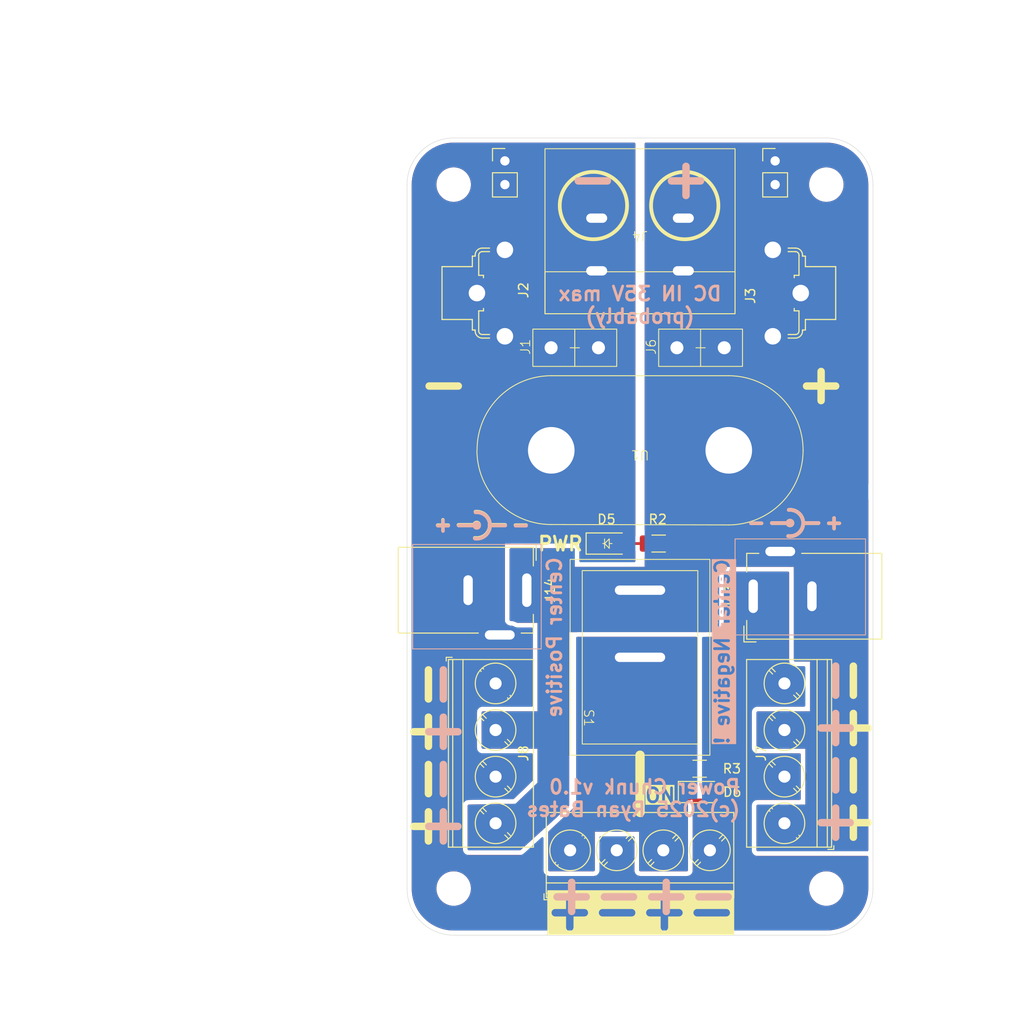
<source format=kicad_pcb>
(kicad_pcb (version 20240108) (generator "pcbnew") (generator_version "8.0")
  (layers (0 "F.Cu" power) (31 "B.Cu" power) (34 "B.Paste" user) (35 "F.Paste" user) (36 "B.SilkS" user "B.Silkscreen") (37 "F.SilkS" user "F.Silkscreen") (38 "B.Mask" user) (39 "F.Mask" user) (44 "Edge.Cuts" user))
  (net 0 "")
  (net 1 "VDC")
  (net 2 "GND")
  (net 3 "Net-(D5-A)")
  (net 4 "Net-(D6-A)")
  (net 5 "/VCC_A")
  (footprint "LED_SMD:LED_1206_3216Metric" (layer "F.Cu") (at -3.5 43.5)
    (property "Reference" "D5" (at -0.1 -2.6 0) (layer "F.SilkS"))
    (property "Value" "LED")
    (fp_line (start -2.285 -1.135) (end -2.285 1.135) (stroke (width 0.12)) (layer "F.SilkS"))
    (fp_line (start -2.285 1.135) (end 1.6 1.135) (stroke (width 0.12)) (layer "F.SilkS"))
    (fp_line (start 1.6 -1.135) (end -2.285 -1.135) (stroke (width 0.12)) (layer "F.SilkS"))
    (pad "1" smd roundrect (at -1.4 0) (size 1.25 1.75) (layers "F.Cu" "F.Paste" "F.Mask") (roundrect_rratio 0.2) (net 2 "GND"))
    (pad "2" smd roundrect (at 1.4 0) (size 1.25 1.75) (layers "F.Cu" "F.Paste" "F.Mask") (roundrect_rratio 0.2) (net 3 "Net-(D5-A)"))
  )
  (footprint "Ryan_Custom_Modules:BATTERY CONTACT 593 SNAP 9V PC PIN" (layer "F.Cu") (at 17.25 16.635 90)
    (property "Reference" "J3" (at -0.3 -5.4 90) (layer "F.SilkS"))
    (property "Value" "~")
    (fp_line (start 4.445 -1.3525) (end 4.445 -0.57) (stroke (width 0.127)) (layer "F.SilkS"))
    (fp_line (start -4.825 -1.3525) (end -4.825 -0.57) (stroke (width 0.127)) (layer "F.SilkS"))
    (fp_line (start 1.905 -0.7) (end 1.905 -0.19) (stroke (width 0.127)) (layer "F.SilkS"))
    (fp_line (start 1.6475 -0.7) (end 1.905 -0.7) (stroke (width 0.127)) (layer "F.SilkS"))
    (fp_line (start -1.905 -0.7) (end -1.6475 -0.7) (stroke (width 0.127)) (layer "F.SilkS"))
    (fp_line (start 4.825 -0.57) (end 4.825 -1.3525) (stroke (width 0.127)) (layer "F.SilkS"))
    (fp_line (start -4.445 -0.57) (end -4.445 -1.3525) (stroke (width 0.127)) (layer "F.SilkS"))
    (fp_line (start 4.065 -0.19) (end 1.905 -0.19) (stroke (width 0.127)) (layer "F.SilkS"))
    (fp_line (start -1.905 -0.19) (end -1.905 -0.7) (stroke (width 0.127)) (layer "F.SilkS"))
    (fp_line (start -1.905 -0.19) (end -4.065 -0.19) (stroke (width 0.127)) (layer "F.SilkS"))
    (fp_line (start 3.9624 0.19) (end 4.065 0.19) (stroke (width 0.127)) (layer "F.SilkS"))
    (fp_line (start 3.9624 0.19) (end 3.9624 0.4948) (stroke (width 0.127)) (layer "F.SilkS"))
    (fp_line (start -3.9624 0.19) (end -3.9624 0.4948) (stroke (width 0.127)) (layer "F.SilkS"))
    (fp_line (start -4.065 0.19) (end -3.9624 0.19) (stroke (width 0.127)) (layer "F.SilkS"))
    (fp_line (start 3.9624 0.4948) (end 2.8325 0.4948) (stroke (width 0.127)) (layer "F.SilkS"))
    (fp_line (start -2.8325 0.4948) (end -2.8325 3.75) (stroke (width 0.127)) (layer "F.SilkS"))
    (fp_line (start -3.9624 0.4948) (end -2.8325 0.4948) (stroke (width 0.127)) (layer "F.SilkS"))
    (fp_line (start 2.8325 3.75) (end 2.8325 0.4948) (stroke (width 0.127)) (layer "F.SilkS"))
    (fp_line (start -2.8325 3.75) (end 2.8325 3.75) (stroke (width 0.127)) (layer "F.SilkS"))
    (fp_arc (start 4.825 -0.57) (mid 4.602401 -0.032599) (end 4.065 0.19) (stroke (width 0.127)) (layer "F.SilkS"))
    (fp_arc (start 4.445 -0.57) (mid 4.333701 -0.301299) (end 4.065 -0.19) (stroke (width 0.127)) (layer "F.SilkS"))
    (fp_arc (start -4.065 -0.19) (mid -4.333701 -0.301299) (end -4.445 -0.57) (stroke (width 0.127)) (layer "F.SilkS"))
    (fp_arc (start -4.065 0.19) (mid -4.602401 -0.032599) (end -4.825 -0.57) (stroke (width 0.127)) (layer "F.SilkS"))
    (pad "1" thru_hole circle (at -4.635 -3 90) (size 2.655 2.655) (drill 1.77) (layers "*.Cu" "*.Mask") (net 1 "VDC"))
    (pad "2" thru_hole circle (at 0 0 90) (size 2.655 2.655) (drill 1.77) (layers "*.Cu" "*.Mask") (net 1 "VDC"))
    (pad "3" thru_hole circle (at 4.635 -3 90) (size 2.655 2.655) (drill 1.77) (layers "*.Cu" "*.Mask") (net 1 "VDC"))
  )
  (footprint "MountingHole:MountingHole_3.2mm_M3" (layer "F.Cu") (at 20 5)
    (property "Reference" "H1" (hide yes))
    (property "Value" "MountingHole" (hide yes))
    (pad "" np_thru_hole circle (at 0 0) (size 3.2 3.2) (drill 3.2) (layers "*.Cu" "*.Mask"))
  )
  (footprint "Ryan_Custom_Modules:Barrier_Strip_Thru_Mount_2x1_9.3mm_pitch" (layer "F.Cu") (at 0 10 180)
    (property "Reference" "J4" (at 0 -0.5 180) (layer "F.SilkS") (effects (font (thickness 0.1))))
    (property "Value" "~")
    (fp_rect (start -10.2 -8.85) (end 10.2 8.85) (stroke (width 0.1)) (fill none) (layer "F.SilkS"))
    (fp_rect (start -10.2 -8.85) (end 10.2 -4.35) (stroke (width 0.1)) (fill none) (layer "F.SilkS"))
    (fp_circle (center 5 2.75) (end 8.612478 2.75) (stroke (width 0.4)) (fill none) (layer "F.SilkS"))
    (fp_circle (center -4.8 2.75) (end -1.187522 2.75) (stroke (width 0.4)) (fill none) (layer "F.SilkS"))
    (pad "1" thru_hole oval (at -4.65 -4.25 180) (size 4.5 2.5) (drill oval 2.25 1) (layers "*.Cu" "*.Mask") (net 1 "VDC"))
    (pad "1" thru_hole oval (at -4.65 1.4 180) (size 4.5 2.5) (drill oval 2.25 1) (layers "*.Cu" "*.Mask") (net 1 "VDC"))
    (pad "2" thru_hole oval (at 4.65 -4.25 180) (size 4.5 2.5) (drill oval 2.25 1) (layers "*.Cu" "*.Mask") (net 2 "GND"))
    (pad "2" thru_hole oval (at 4.65 1.4 180) (size 4.5 2.5) (drill oval 2.25 1) (layers "*.Cu" "*.Mask") (net 2 "GND"))
  )
  (footprint "Resistor_SMD:R_1206_3216Metric" (layer "F.Cu") (at 2 43.5 180)
    (property "Reference" "R2" (at 0.1 2.6 0) (layer "F.SilkS"))
    (property "Value" "5k")
    (fp_line (start -0.727064 0.91) (end 0.727064 0.91) (stroke (width 0.12)) (layer "F.SilkS"))
    (fp_line (start -0.727064 -0.91) (end 0.727064 -0.91) (stroke (width 0.12)) (layer "F.SilkS"))
    (pad "1" smd roundrect (at -1.4625 0 180) (size 1.125 1.75) (layers "F.Cu" "F.Paste" "F.Mask") (roundrect_rratio 0.222222) (net 1 "VDC"))
    (pad "2" smd roundrect (at 1.4625 0 180) (size 1.125 1.75) (layers "F.Cu" "F.Paste" "F.Mask") (roundrect_rratio 0.222222) (net 3 "Net-(D5-A)"))
  )
  (footprint "Resistor_SMD:R_1206_3216Metric" (layer "F.Cu") (at 6.4 67.65)
    (property "Reference" "R3" (at 3.4625 0 0) (layer "F.SilkS"))
    (property "Value" "1K" (hide yes))
    (fp_line (start -0.727064 -0.91) (end 0.727064 -0.91) (stroke (width 0.12)) (layer "F.SilkS"))
    (fp_line (start -0.727064 0.91) (end 0.727064 0.91) (stroke (width 0.12)) (layer "F.SilkS"))
    (pad "1" smd roundrect (at -1.4625 0) (size 1.125 1.75) (layers "F.Cu" "F.Paste" "F.Mask") (roundrect_rratio 0.222222) (net 5 "/VCC_A"))
    (pad "2" smd roundrect (at 1.4625 0) (size 1.125 1.75) (layers "F.Cu" "F.Paste" "F.Mask") (roundrect_rratio 0.222222) (net 4 "Net-(D6-A)"))
  )
  (footprint "Ryan_Custom_Modules:BATTERY CONTACT 593 SNAP 9V PC PIN" (layer "F.Cu") (at -17.5 16.635 -90)
    (property "Reference" "J2" (at -0.3 -5 90) (layer "F.SilkS"))
    (property "Value" "~" (hide yes))
    (fp_line (start -2.8325 3.75) (end 2.8325 3.75) (stroke (width 0.127)) (layer "F.SilkS"))
    (fp_line (start 2.8325 3.75) (end 2.8325 0.4948) (stroke (width 0.127)) (layer "F.SilkS"))
    (fp_line (start -3.9624 0.4948) (end -2.8325 0.4948) (stroke (width 0.127)) (layer "F.SilkS"))
    (fp_line (start -2.8325 0.4948) (end -2.8325 3.75) (stroke (width 0.127)) (layer "F.SilkS"))
    (fp_line (start 3.9624 0.4948) (end 2.8325 0.4948) (stroke (width 0.127)) (layer "F.SilkS"))
    (fp_line (start -4.065 0.19) (end -3.9624 0.19) (stroke (width 0.127)) (layer "F.SilkS"))
    (fp_line (start -3.9624 0.19) (end -3.9624 0.4948) (stroke (width 0.127)) (layer "F.SilkS"))
    (fp_line (start 3.9624 0.19) (end 3.9624 0.4948) (stroke (width 0.127)) (layer "F.SilkS"))
    (fp_line (start 3.9624 0.19) (end 4.065 0.19) (stroke (width 0.127)) (layer "F.SilkS"))
    (fp_line (start -1.905 -0.19) (end -4.065 -0.19) (stroke (width 0.127)) (layer "F.SilkS"))
    (fp_line (start -1.905 -0.19) (end -1.905 -0.7) (stroke (width 0.127)) (layer "F.SilkS"))
    (fp_line (start 4.065 -0.19) (end 1.905 -0.19) (stroke (width 0.127)) (layer "F.SilkS"))
    (fp_line (start -4.445 -0.57) (end -4.445 -1.3525) (stroke (width 0.127)) (layer "F.SilkS"))
    (fp_line (start 4.825 -0.57) (end 4.825 -1.3525) (stroke (width 0.127)) (layer "F.SilkS"))
    (fp_line (start -1.905 -0.7) (end -1.6475 -0.7) (stroke (width 0.127)) (layer "F.SilkS"))
    (fp_line (start 1.6475 -0.7) (end 1.905 -0.7) (stroke (width 0.127)) (layer "F.SilkS"))
    (fp_line (start 1.905 -0.7) (end 1.905 -0.19) (stroke (width 0.127)) (layer "F.SilkS"))
    (fp_line (start -4.825 -1.3525) (end -4.825 -0.57) (stroke (width 0.127)) (layer "F.SilkS"))
    (fp_line (start 4.445 -1.3525) (end 4.445 -0.57) (stroke (width 0.127)) (layer "F.SilkS"))
    (fp_arc (start -4.065 0.19) (mid -4.602401 -0.032599) (end -4.825 -0.57) (stroke (width 0.127)) (layer "F.SilkS"))
    (fp_arc (start -4.065 -0.19) (mid -4.333701 -0.301299) (end -4.445 -0.57) (stroke (width 0.127)) (layer "F.SilkS"))
    (fp_arc (start 4.445 -0.57) (mid 4.333701 -0.301299) (end 4.065 -0.19) (stroke (width 0.127)) (layer "F.SilkS"))
    (fp_arc (start 4.825 -0.57) (mid 4.602401 -0.032599) (end 4.065 0.19) (stroke (width 0.127)) (layer "F.SilkS"))
    (pad "1" thru_hole circle (at -4.635 -3 270) (size 2.655 2.655) (drill 1.77) (layers "*.Cu" "*.Mask") (net 2 "GND"))
    (pad "2" thru_hole circle (at 0 0 270) (size 2.655 2.655) (drill 1.77) (layers "*.Cu" "*.Mask") (net 2 "GND"))
    (pad "3" thru_hole circle (at 4.635 -3 270) (size 2.655 2.655) (drill 1.77) (layers "*.Cu" "*.Mask") (net 2 "GND"))
  )
  (footprint "Connector_BarrelJack:BarrelJack_GCT_DCJ200-10-A_Horizontal" (layer "F.Cu") (at -12.15 48.5 -90)
    (property "Reference" "J14" (at 0 -2.5 90) (layer "F.SilkS"))
    (property "Value" "Barrel_Jack" (hide yes))
    (fp_line (start -4.6 13.8) (end -4.6 -0.7) (stroke (width 0.12)) (layer "F.SilkS"))
    (fp_line (start 4.6 13.8) (end -4.6 13.8) (stroke (width 0.12)) (layer "F.SilkS"))
    (fp_line (start 4.6 5.2) (end 4.6 13.8) (stroke (width 0.12)) (layer "F.SilkS"))
    (fp_line (start -4.6 -0.7) (end -2.6 -0.7) (stroke (width 0.12)) (layer "F.SilkS"))
    (fp_line (start 2.6 -0.7) (end 4.6 -0.7) (stroke (width 0.12)) (layer "F.SilkS"))
    (fp_line (start 4.6 -0.7) (end 4.6 0.6) (stroke (width 0.12)) (layer "F.SilkS"))
    (fp_line (start -4.9 -1) (end -4.9 0.3) (stroke (width 0.12)) (layer "F.SilkS"))
    (fp_line (start -3.2 -1) (end -4.9 -1) (stroke (width 0.12)) (layer "F.SilkS"))
    (pad "1" thru_hole rect (at 0 0 270) (size 4.6 2) (drill oval 3.6 1) (layers "*.Cu" "*.Mask") (net 1 "VDC"))
    (pad "2" thru_hole oval (at 0 6.3 270) (size 4.2 2) (drill oval 3.2 1) (layers "*.Cu" "*.Mask") (net 2 "GND"))
    (pad "2" thru_hole oval (at 4.8 2.9 270) (size 2 4.2) (drill oval 1 3.2) (layers "*.Cu" "*.Mask") (net 2 "GND"))
  )
  (footprint "Connector_BarrelJack:BarrelJack_GCT_DCJ200-10-A_Horizontal" (layer "F.Cu") (at 12.15 49.15 90)
    (property "Reference" "J13" (at 0 -2.5 90) (layer "F.SilkS"))
    (property "Value" "Barrel_Jack" (hide yes))
    (fp_line (start -3.2 -1) (end -4.9 -1) (stroke (width 0.12)) (layer "F.SilkS"))
    (fp_line (start -4.9 -1) (end -4.9 0.3) (stroke (width 0.12)) (layer "F.SilkS"))
    (fp_line (start 4.6 -0.7) (end 4.6 0.6) (stroke (width 0.12)) (layer "F.SilkS"))
    (fp_line (start 2.6 -0.7) (end 4.6 -0.7) (stroke (width 0.12)) (layer "F.SilkS"))
    (fp_line (start -4.6 -0.7) (end -2.6 -0.7) (stroke (width 0.12)) (layer "F.SilkS"))
    (fp_line (start 4.6 5.2) (end 4.6 13.8) (stroke (width 0.12)) (layer "F.SilkS"))
    (fp_line (start 4.6 13.8) (end -4.6 13.8) (stroke (width 0.12)) (layer "F.SilkS"))
    (fp_line (start -4.6 13.8) (end -4.6 -0.7) (stroke (width 0.12)) (layer "F.SilkS"))
    (pad "1" thru_hole rect (at 0 0 90) (size 4.6 2) (drill oval 3.6 1) (layers "*.Cu" "*.Mask") (net 2 "GND"))
    (pad "2" thru_hole oval (at 0 6.3 90) (size 4.2 2) (drill oval 3.2 1) (layers "*.Cu" "*.Mask") (net 1 "VDC"))
    (pad "2" thru_hole oval (at 4.8 2.9 90) (size 2 4.2) (drill oval 1 3.2) (layers "*.Cu" "*.Mask") (net 1 "VDC"))
  )
  (footprint "TerminalBlock_Phoenix:TerminalBlock_Phoenix_PT-1,5-4-5.0-H_1x04_P5.00mm_Horizontal" (layer "F.Cu") (at -15.5 58.5 -90)
    (property "Reference" "J8" (at 7.5 -3 90) (layer "F.SilkS"))
    (property "Value" "Screw_Terminal_4_P5.00mm" (hide yes))
    (fp_line (start -2.8 5.3) (end -2.4 5.3) (stroke (width 0.12)) (layer "F.SilkS"))
    (fp_line (start -2.56 5.06) (end 17.561 5.06) (stroke (width 0.12)) (layer "F.SilkS"))
    (fp_line (start -2.8 4.66) (end -2.8 5.3) (stroke (width 0.12)) (layer "F.SilkS"))
    (fp_line (start -2.56 4.6) (end 17.561 4.6) (stroke (width 0.12)) (layer "F.SilkS"))
    (fp_line (start -2.56 3.5) (end 17.561 3.5) (stroke (width 0.12)) (layer "F.SilkS"))
    (fp_line (start -1.282 1.547) (end -1.388 1.654) (stroke (width 0.12)) (layer "F.SilkS"))
    (fp_line (start -1.548 1.281) (end -1.654 1.388) (stroke (width 0.12)) (layer "F.SilkS"))
    (fp_line (start 3.993 1.274) (end 3.613 1.654) (stroke (width 0.12)) (layer "F.SilkS"))
    (fp_line (start 8.993 1.274) (end 8.613 1.654) (stroke (width 0.12)) (layer "F.SilkS"))
    (fp_line (start 13.993 1.274) (end 13.613 1.654) (stroke (width 0.12)) (layer "F.SilkS"))
    (fp_line (start 3.742 0.992) (end 3.347 1.388) (stroke (width 0.12)) (layer "F.SilkS"))
    (fp_line (start 8.742 0.992) (end 8.347 1.388) (stroke (width 0.12)) (layer "F.SilkS"))
    (fp_line (start 13.742 0.992) (end 13.347 1.388) (stroke (width 0.12)) (layer "F.SilkS"))
    (fp_line (start 1.654 -1.388) (end 1.547 -1.281) (stroke (width 0.12)) (layer "F.SilkS"))
    (fp_line (start 6.654 -1.388) (end 6.259 -0.992) (stroke (width 0.12)) (layer "F.SilkS"))
    (fp_line (start 11.654 -1.388) (end 11.259 -0.992) (stroke (width 0.12)) (layer "F.SilkS"))
    (fp_line (start 16.654 -1.388) (end 16.259 -0.992) (stroke (width 0.12)) (layer "F.SilkS"))
    (fp_line (start 1.388 -1.654) (end 1.281 -1.547) (stroke (width 0.12)) (layer "F.SilkS"))
    (fp_line (start 6.388 -1.654) (end 6.008 -1.274) (stroke (width 0.12)) (layer "F.SilkS"))
    (fp_line (start 11.388 -1.654) (end 11.008 -1.274) (stroke (width 0.12)) (layer "F.SilkS"))
    (fp_line (start 16.388 -1.654) (end 16.008 -1.274) (stroke (width 0.12)) (layer "F.SilkS"))
    (fp_line (start -2.56 -4.06) (end -2.56 5.06) (stroke (width 0.12)) (layer "F.SilkS"))
    (fp_line (start -2.56 -4.06) (end 17.561 -4.06) (stroke (width 0.12)) (layer "F.SilkS"))
    (fp_line (start 17.561 -4.06) (end 17.561 5.06) (stroke (width 0.12)) (layer "F.SilkS"))
    (fp_circle (center 0 0) (end 2.18 0) (stroke (width 0.12)) (fill none) (layer "F.SilkS"))
    (fp_circle (center 5 0) (end 7.18 0) (stroke (width 0.12)) (fill none) (layer "F.SilkS"))
    (fp_circle (center 10 0) (end 12.18 0) (stroke (width 0.12)) (fill none) (layer "F.SilkS"))
    (fp_circle (center 15 0) (end 17.18 0) (stroke (width 0.12)) (fill none) (layer "F.SilkS"))
    (pad "1" thru_hole rect (at 0 0 270) (size 2.6 2.6) (drill 1.3) (layers "*.Cu" "*.Mask") (net 2 "GND"))
    (pad "2" thru_hole circle (at 5 0 270) (size 2.6 2.6) (drill 1.3) (layers "*.Cu" "*.Mask") (net 1 "VDC"))
    (pad "3" thru_hole circle (at 10 0 270) (size 2.6 2.6) (drill 1.3) (layers "*.Cu" "*.Mask") (net 2 "GND"))
    (pad "4" thru_hole circle (at 15 0 270) (size 2.6 2.6) (drill 1.3) (layers "*.Cu" "*.Mask") (net 1 "VDC"))
  )
  (footprint "MountingHole:MountingHole_3.2mm_M3" (layer "F.Cu") (at -20 80.5)
    (property "Reference" "H4" (hide yes))
    (property "Value" "MountingHole" (hide yes))
    (pad "" np_thru_hole circle (at 0 0) (size 3.2 3.2) (drill 3.2) (layers "*.Cu" "*.Mask"))
  )
  (footprint "Ryan_Custom_Modules:CONN QC TAB 0.250 SOLDER" (layer "F.Cu") (at -7 22.5 90)
    (property "Reference" "J1" (at 0.1 -5.3 90) (layer "F.SilkS") (effects (font (thickness 0.1))))
    (property "Value" "~")
    (fp_line (start 0 -0.5) (end 0 0.5) (stroke (width 0.1)) (layer "F.SilkS"))
    (fp_line (start -2 0) (end 2 0) (stroke (width 0.1)) (layer "F.SilkS"))
    (fp_rect (start -2 -4.5) (end 2 4.5) (stroke (width 0.1)) (fill none) (layer "F.SilkS"))
    (pad "1" thru_hole roundrect (at 0 -2.54 90) (size 3.5 3.5) (drill 1.4) (layers "*.Cu" "*.Mask") (roundrect_rratio 0.07142857143) (net 2 "GND"))
    (pad "2" thru_hole circle (at 0 2.54 90) (size 3.5 3.5) (drill 1.4) (layers "*.Cu" "*.Mask") (net 2 "GND"))
  )
  (footprint "Ryan_Custom_Modules:Banana_Jack_Dbl_Turret" (layer "F.Cu") (at 0 33.5 180)
    (property "Reference" "U1" (at 0 -0.5 180) (layer "F.SilkS") (effects (font (thickness 0.1))))
    (property "Value" "~")
    (fp_line (start 9.543146 8) (end -9.5 8) (stroke (width 0.1)) (layer "F.SilkS"))
    (fp_line (start 9.543146 -7.956854) (end -9.5 -8) (stroke (width 0.1)) (layer "F.SilkS"))
    (fp_arc (start 17.486292 0.056854) (mid 15.159798 5.673506) (end 9.543146 8) (stroke (width 0.1)) (layer "F.SilkS"))
    (fp_arc (start 9.543146 -7.956854) (mid 15.169491 -5.626345) (end 17.5 0) (stroke (width 0.1)) (layer "F.SilkS"))
    (fp_arc (start -9.5 8) (mid -15.156854 5.656854) (end -17.5 0) (stroke (width 0.1)) (layer "F.SilkS"))
    (fp_arc (start -17.5 0) (mid -15.156854 -5.656854) (end -9.5 -8) (stroke (width 0.1)) (layer "F.SilkS"))
    (pad "1" thru_hole circle (at -9.525 0 180) (size 10 10) (drill 5) (layers "*.Cu" "*.Mask") (net 1 "VDC"))
    (pad "2" thru_hole circle (at 9.525 0 180) (size 10 10) (drill 5) (layers "*.Cu" "*.Mask") (net 2 "GND"))
  )
  (footprint "TerminalBlock_Phoenix:TerminalBlock_Phoenix_PT-1,5-4-5.0-H_1x04_P5.00mm_Horizontal" (layer "F.Cu") (at -7.5 76.4)
    (property "Reference" "J5" (hide yes))
    (property "Value" "Screw_Terminal_4_P5.00mm" (hide yes))
    (fp_line (start -2.8 4.66) (end -2.8 5.3) (stroke (width 0.12)) (layer "F.SilkS"))
    (fp_line (start -2.8 5.3) (end -2.4 5.3) (stroke (width 0.12)) (layer "F.SilkS"))
    (fp_line (start -2.56 -4.06) (end -2.56 5.06) (stroke (width 0.12)) (layer "F.SilkS"))
    (fp_line (start -2.56 -4.06) (end 17.561 -4.06) (stroke (width 0.12)) (layer "F.SilkS"))
    (fp_line (start -2.56 3.5) (end 17.561 3.5) (stroke (width 0.12)) (layer "F.SilkS"))
    (fp_line (start -2.56 4.6) (end 17.561 4.6) (stroke (width 0.12)) (layer "F.SilkS"))
    (fp_line (start -2.56 5.06) (end 17.561 5.06) (stroke (width 0.12)) (layer "F.SilkS"))
    (fp_line (start -1.548 1.281) (end -1.654 1.388) (stroke (width 0.12)) (layer "F.SilkS"))
    (fp_line (start -1.282 1.547) (end -1.388 1.654) (stroke (width 0.12)) (layer "F.SilkS"))
    (fp_line (start 1.388 -1.654) (end 1.281 -1.547) (stroke (width 0.12)) (layer "F.SilkS"))
    (fp_line (start 1.654 -1.388) (end 1.547 -1.281) (stroke (width 0.12)) (layer "F.SilkS"))
    (fp_line (start 3.742 0.992) (end 3.347 1.388) (stroke (width 0.12)) (layer "F.SilkS"))
    (fp_line (start 3.993 1.274) (end 3.613 1.654) (stroke (width 0.12)) (layer "F.SilkS"))
    (fp_line (start 6.388 -1.654) (end 6.008 -1.274) (stroke (width 0.12)) (layer "F.SilkS"))
    (fp_line (start 6.654 -1.388) (end 6.259 -0.992) (stroke (width 0.12)) (layer "F.SilkS"))
    (fp_line (start 8.742 0.992) (end 8.347 1.388) (stroke (width 0.12)) (layer "F.SilkS"))
    (fp_line (start 8.993 1.274) (end 8.613 1.654) (stroke (width 0.12)) (layer "F.SilkS"))
    (fp_line (start 11.388 -1.654) (end 11.008 -1.274) (stroke (width 0.12)) (layer "F.SilkS"))
    (fp_line (start 11.654 -1.388) (end 11.259 -0.992) (stroke (width 0.12)) (layer "F.SilkS"))
    (fp_line (start 13.742 0.992) (end 13.347 1.388) (stroke (width 0.12)) (layer "F.SilkS"))
    (fp_line (start 13.993 1.274) (end 13.613 1.654) (stroke (width 0.12)) (layer "F.SilkS"))
    (fp_line (start 16.388 -1.654) (end 16.008 -1.274) (stroke (width 0.12)) (layer "F.SilkS"))
    (fp_line (start 16.654 -1.388) (end 16.259 -0.992) (stroke (width 0.12)) (layer "F.SilkS"))
    (fp_line (start 17.561 -4.06) (end 17.561 5.06) (stroke (width 0.12)) (layer "F.SilkS"))
    (fp_circle (center 0 0) (end 2.18 0) (stroke (width 0.12)) (fill none) (layer "F.SilkS"))
    (fp_circle (center 5 0) (end 7.18 0) (stroke (width 0.12)) (fill none) (layer "F.SilkS"))
    (fp_circle (center 10 0) (end 12.18 0) (stroke (width 0.12)) (fill none) (layer "F.SilkS"))
    (fp_circle (center 15 0) (end 17.18 0) (stroke (width 0.12)) (fill none) (layer "F.SilkS"))
    (pad "1" thru_hole rect (at 0 0) (size 2.6 2.6) (drill 1.3) (layers "*.Cu" "*.Mask") (net 5 "/VCC_A"))
    (pad "2" thru_hole circle (at 5 0) (size 2.6 2.6) (drill 1.3) (layers "*.Cu" "*.Mask") (net 2 "GND"))
    (pad "3" thru_hole circle (at 10 0) (size 2.6 2.6) (drill 1.3) (layers "*.Cu" "*.Mask") (net 5 "/VCC_A"))
    (pad "4" thru_hole circle (at 15 0) (size 2.6 2.6) (drill 1.3) (layers "*.Cu" "*.Mask") (net 2 "GND"))
  )
  (footprint "Symbol:Symbol_Attention_Triangle_8x7mm_Copper" (layer "F.Cu") (at 20.5 35)
    (property "Reference" "REF**" (hide yes))
    (property "Value" "Symbol_Attention_Triangle_8x7mm_Copper" (hide yes))
    (fp_line (start -3.51 3.08) (end 0 -3) (stroke (width 0.381)) (layer "F.Cu"))
    (fp_line (start -3 3.1) (end -3.3 2.66) (stroke (width 0.2)) (layer "F.Cu"))
    (fp_line (start -0.3 -2.5) (end 0.3 -2.5) (stroke (width 0.2)) (layer "F.Cu"))
    (fp_line (start 0 -3) (end 3.51 3.08) (stroke (width 0.381)) (layer "F.Cu"))
    (fp_line (start 3 3.1) (end 3.3 2.7) (stroke (width 0.2)) (layer "F.Cu"))
    (fp_line (start 3.51 3.08) (end -3.51 3.08) (stroke (width 0.381)) (layer "F.Cu"))
    (fp_circle (center 0 -1) (end 0.45 -1) (fill solid) (layer "F.Cu"))
    (fp_circle (center 0 1.14) (end 0.25 1.14) (fill solid) (layer "F.Cu"))
    (fp_circle (center 0 2.14) (end 0.4 2.14) (fill solid) (layer "F.Cu"))
    (fp_poly (pts (xy -0.25 1.14) (xy 0.25 1.14) (xy 0.45 -0.96) (xy -0.45 -0.96)) (fill solid) (layer "F.Cu"))
  )
  (footprint "Connector_PinHeader_2.54mm:PinHeader_1x02_P2.54mm_Vertical" (layer "F.Cu") (at 14.5 2.46)
    (property "Reference" "J12" (hide yes))
    (property "Value" "PINHD_1x2_Male" (hide yes))
    (fp_line (start -1.33 -1.33) (end 0 -1.33) (stroke (width 0.12)) (layer "F.SilkS"))
    (fp_line (start -1.33 0) (end -1.33 -1.33) (stroke (width 0.12)) (layer "F.SilkS"))
    (fp_line (start -1.33 1.27) (end -1.33 3.87) (stroke (width 0.12)) (layer "F.SilkS"))
    (fp_line (start -1.33 1.27) (end 1.33 1.27) (stroke (width 0.12)) (layer "F.SilkS"))
    (fp_line (start -1.33 3.87) (end 1.33 3.87) (stroke (width 0.12)) (layer "F.SilkS"))
    (fp_line (start 1.33 1.27) (end 1.33 3.87) (stroke (width 0.12)) (layer "F.SilkS"))
    (pad "1" thru_hole rect (at 0 0) (size 1.7 1.7) (drill 1) (layers "*.Cu" "*.Mask") (net 1 "VDC"))
    (pad "2" thru_hole oval (at 0 2.54) (size 1.7 1.7) (drill 1) (layers "*.Cu" "*.Mask") (net 1 "VDC"))
  )
  (footprint "LED_SMD:LED_1206_3216Metric" (layer "F.Cu") (at 6.4 70.15)
    (property "Reference" "D6" (at 3.5 0 0) (layer "F.SilkS"))
    (property "Value" "LED" (hide yes))
    (fp_line (start -2.285 -1.135) (end -2.285 1.135) (stroke (width 0.12)) (layer "F.SilkS"))
    (fp_line (start -2.285 1.135) (end 1.6 1.135) (stroke (width 0.12)) (layer "F.SilkS"))
    (fp_line (start 1.6 -1.135) (end -2.285 -1.135) (stroke (width 0.12)) (layer "F.SilkS"))
    (pad "1" smd roundrect (at -1.4 0) (size 1.25 1.75) (layers "F.Cu" "F.Paste" "F.Mask") (roundrect_rratio 0.2) (net 2 "GND"))
    (pad "2" smd roundrect (at 1.4 0) (size 1.25 1.75) (layers "F.Cu" "F.Paste" "F.Mask") (roundrect_rratio 0.2) (net 4 "Net-(D6-A)"))
  )
  (footprint "Connector_PinHeader_2.54mm:PinHeader_1x02_P2.54mm_Vertical" (layer "F.Cu") (at -14.5 2.46)
    (property "Reference" "J11" (hide yes))
    (property "Value" "PINHD_1x2_Male" (hide yes))
    (fp_line (start -1.33 -1.33) (end 0 -1.33) (stroke (width 0.12)) (layer "F.SilkS"))
    (fp_line (start -1.33 0) (end -1.33 -1.33) (stroke (width 0.12)) (layer "F.SilkS"))
    (fp_line (start -1.33 1.27) (end -1.33 3.87) (stroke (width 0.12)) (layer "F.SilkS"))
    (fp_line (start -1.33 1.27) (end 1.33 1.27) (stroke (width 0.12)) (layer "F.SilkS"))
    (fp_line (start -1.33 3.87) (end 1.33 3.87) (stroke (width 0.12)) (layer "F.SilkS"))
    (fp_line (start 1.33 1.27) (end 1.33 3.87) (stroke (width 0.12)) (layer "F.SilkS"))
    (pad "1" thru_hole rect (at 0 0) (size 1.7 1.7) (drill 1) (layers "*.Cu" "*.Mask") (net 2 "GND"))
    (pad "2" thru_hole oval (at 0 2.54) (size 1.7 1.7) (drill 1) (layers "*.Cu" "*.Mask") (net 2 "GND"))
  )
  (footprint "MountingHole:MountingHole_3.2mm_M3" (layer "F.Cu") (at -20 5)
    (property "Reference" "H2" (hide yes))
    (property "Value" "MountingHole" (hide yes))
    (pad "" np_thru_hole circle (at 0 0) (size 3.2 3.2) (drill 3.2) (layers "*.Cu" "*.Mask"))
  )
  (footprint "Ryan_Custom_Modules:CONN QC TAB 0.250 SOLDER" (layer "F.Cu") (at 6.5 22.5 90)
    (property "Reference" "J6" (at 0.1 -5.3 90) (layer "F.SilkS") (effects (font (thickness 0.1))))
    (property "Value" "~")
    (fp_line (start 0 -0.5) (end 0 0.5) (stroke (width 0.1)) (layer "F.SilkS"))
    (fp_line (start -2 0) (end 2 0) (stroke (width 0.1)) (layer "F.SilkS"))
    (fp_rect (start -2 -4.5) (end 2 4.5) (stroke (width 0.1)) (fill none) (layer "F.SilkS"))
    (pad "1" thru_hole roundrect (at 0 -2.54 90) (size 3.5 3.5) (drill 1.4) (layers "*.Cu" "*.Mask") (roundrect_rratio 0.07142857143) (net 1 "VDC"))
    (pad "2" thru_hole circle (at 0 2.54 90) (size 3.5 3.5) (drill 1.4) (layers "*.Cu" "*.Mask") (net 1 "VDC"))
  )
  (footprint "MountingHole:MountingHole_3.2mm_M3" (layer "F.Cu") (at 20 80.5)
    (property "Reference" "H3" (hide yes))
    (property "Value" "MountingHole" (hide yes))
    (pad "" np_thru_hole circle (at 0 0) (size 3.2 3.2) (drill 3.2) (layers "*.Cu" "*.Mask"))
  )
  (footprint "TerminalBlock_Phoenix:TerminalBlock_Phoenix_PT-1,5-4-5.0-H_1x04_P5.00mm_Horizontal" (layer "F.Cu") (at 15.5 73.5 90)
    (property "Reference" "J7" (at 7.5 -2.5 90) (layer "F.SilkS"))
    (property "Value" "Screw_Terminal_4_P5.00mm" (hide yes))
    (fp_line (start 17.561 -4.06) (end 17.561 5.06) (stroke (width 0.12)) (layer "F.SilkS"))
    (fp_line (start -2.56 -4.06) (end 17.561 -4.06) (stroke (width 0.12)) (layer "F.SilkS"))
    (fp_line (start -2.56 -4.06) (end -2.56 5.06) (stroke (width 0.12)) (layer "F.SilkS"))
    (fp_line (start 16.388 -1.654) (end 16.008 -1.274) (stroke (width 0.12)) (layer "F.SilkS"))
    (fp_line (start 11.388 -1.654) (end 11.008 -1.274) (stroke (width 0.12)) (layer "F.SilkS"))
    (fp_line (start 6.388 -1.654) (end 6.008 -1.274) (stroke (width 0.12)) (layer "F.SilkS"))
    (fp_line (start 1.388 -1.654) (end 1.281 -1.547) (stroke (width 0.12)) (layer "F.SilkS"))
    (fp_line (start 16.654 -1.388) (end 16.259 -0.992) (stroke (width 0.12)) (layer "F.SilkS"))
    (fp_line (start 11.654 -1.388) (end 11.259 -0.992) (stroke (width 0.12)) (layer "F.SilkS"))
    (fp_line (start 6.654 -1.388) (end 6.259 -0.992) (stroke (width 0.12)) (layer "F.SilkS"))
    (fp_line (start 1.654 -1.388) (end 1.547 -1.281) (stroke (width 0.12)) (layer "F.SilkS"))
    (fp_line (start 13.742 0.992) (end 13.347 1.388) (stroke (width 0.12)) (layer "F.SilkS"))
    (fp_line (start 8.742 0.992) (end 8.347 1.388) (stroke (width 0.12)) (layer "F.SilkS"))
    (fp_line (start 3.742 0.992) (end 3.347 1.388) (stroke (width 0.12)) (layer "F.SilkS"))
    (fp_line (start 13.993 1.274) (end 13.613 1.654) (stroke (width 0.12)) (layer "F.SilkS"))
    (fp_line (start 8.993 1.274) (end 8.613 1.654) (stroke (width 0.12)) (layer "F.SilkS"))
    (fp_line (start 3.993 1.274) (end 3.613 1.654) (stroke (width 0.12)) (layer "F.SilkS"))
    (fp_line (start -1.548 1.281) (end -1.654 1.388) (stroke (width 0.12)) (layer "F.SilkS"))
    (fp_line (start -1.282 1.547) (end -1.388 1.654) (stroke (width 0.12)) (layer "F.SilkS"))
    (fp_line (start -2.56 3.5) (end 17.561 3.5) (stroke (width 0.12)) (layer "F.SilkS"))
    (fp_line (start -2.56 4.6) (end 17.561 4.6) (stroke (width 0.12)) (layer "F.SilkS"))
    (fp_line (start -2.8 4.66) (end -2.8 5.3) (stroke (width 0.12)) (layer "F.SilkS"))
    (fp_line (start -2.56 5.06) (end 17.561 5.06) (stroke (width 0.12)) (layer "F.SilkS"))
    (fp_line (start -2.8 5.3) (end -2.4 5.3) (stroke (width 0.12)) (layer "F.SilkS"))
    (fp_circle (center 15 0) (end 17.18 0) (stroke (width 0.12)) (fill none) (layer "F.SilkS"))
    (fp_circle (center 10 0) (end 12.18 0) (stroke (width 0.12)) (fill none) (layer "F.SilkS"))
    (fp_circle (center 5 0) (end 7.18 0) (stroke (width 0.12)) (fill none) (layer "F.SilkS"))
    (fp_circle (center 0 0) (end 2.18 0) (stroke (width 0.12)) (fill none) (layer "F.SilkS"))
    (pad "1" thru_hole rect (at 0 0 90) (size 2.6 2.6) (drill 1.3) (layers "*.Cu" "*.Mask") (net 1 "VDC"))
    (pad "2" thru_hole circle (at 5 0 90) (size 2.6 2.6) (drill 1.3) (layers "*.Cu" "*.Mask") (net 2 "GND"))
    (pad "3" thru_hole circle (at 10 0 90) (size 2.6 2.6) (drill 1.3) (layers "*.Cu" "*.Mask") (net 1 "VDC"))
    (pad "4" thru_hole circle (at 15 0 90) (size 2.6 2.6) (drill 1.3) (layers "*.Cu" "*.Mask") (net 2 "GND"))
  )
  (footprint "Ryan_Custom_Modules:SPDT_ Rocker_Switch" (layer "F.Cu") (at 0 55.7 -90)
    (property "Reference" "S1" (at 6.5 5.5 -90) (layer "F.SilkS") (effects (font (thickness 0.1))))
    (property "Value" "~")
    (fp_rect (start -9.3 -6.2) (end 9.3 6.2) (stroke (width 0.1)) (fill none) (layer "F.SilkS"))
    (fp_rect (start -10.5 -7.5) (end 10.5 7.5) (stroke (width 0.1)) (fill none) (layer "F.SilkS"))
    (pad "1" thru_hole roundrect (at -7.2 0) (size 8 2.5) (drill oval 5.4 1) (layers "*.Cu" "*.Mask") (roundrect_rratio 0.125) (net 1 "VDC"))
    (pad "2" thru_hole roundrect (at 0 0) (size 8 2.5) (drill oval 5.4 1) (layers "*.Cu" "*.Mask") (roundrect_rratio 0.125) (net 5 "/VCC_A"))
  )
  (gr_line (start -17.513748 41.563772) (end -19.463748 41.563772) (stroke (width 0.4)) (layer "B.SilkS"))
  (gr_rect (start -24.4 43.6) (end -10.6 54.8) (stroke (width 0.1)) (fill none) (layer "B.SilkS"))
  (gr_arc (start 15.971964 39.891596) (mid 17.513743 41.336223) (end 15.9 42.7) (stroke (width 0.4)) (layer "B.SilkS"))
  (gr_circle (center -17.513748 41.563772) (end -17.313748 41.713772) (stroke (width 0.4)) (fill none) (layer "B.SilkS"))
  (gr_line (start 16.1 41.3) (end 14.15 41.3) (stroke (width 0.4)) (layer "B.SilkS"))
  (gr_rect (start 10.2 43) (end 24.2 53.3) (stroke (width 0.1)) (fill none) (layer "B.SilkS"))
  (gr_circle (center 16.1 41.3) (end 16.3 41.45) (stroke (width 0.4)) (fill none) (layer "B.SilkS"))
  (gr_arc (start -17.641784 40.155368) (mid -16.1 41.6) (end -17.713748 42.963772) (stroke (width 0.4)) (layer "B.SilkS"))
  (gr_line (start 17.5 41.3) (end 19.15 41.3) (stroke (width 0.4)) (layer "B.SilkS"))
  (gr_line (start -16.113748 41.563772) (end -14.463748 41.563772) (stroke (width 0.4)) (layer "B.SilkS"))
  (gr_line (start 0 66.2) (end 0.0005 72.34) (stroke (width 1)) (layer "F.SilkS"))
  (gr_line (start 17.5 41.3) (end 19.15 41.3) (stroke (width 0.4)) (layer "F.SilkS"))
  (gr_line (start -17.525 41.5) (end -19.475 41.5) (stroke (width 0.4)) (layer "F.SilkS"))
  (gr_line (start -16.125 41.5) (end -14.475 41.5) (stroke (width 0.4)) (layer "F.SilkS"))
  (gr_circle (center -17.525 41.5) (end -17.275 41.5) (stroke (width 0.4)) (fill none) (layer "F.SilkS"))
  (gr_line (start -3.8 43) (end -3.8 44) (stroke (width 0.1)) (layer "F.SilkS"))
  (gr_arc (start 15.971964 39.891596) (mid 17.513748 41.336227) (end 15.9 42.7) (stroke (width 0.4)) (layer "F.SilkS"))
  (gr_line (start -3.8 43.5) (end -3.3 43) (stroke (width 0.1)) (layer "F.SilkS"))
  (gr_arc (start -17.653036 40.091596) (mid -16.111252 41.536228) (end -17.725 42.9) (stroke (width 0.4)) (layer "F.SilkS"))
  (gr_line (start -3.3 44) (end -3.8 43.5) (stroke (width 0.1)) (layer "F.SilkS"))
  (gr_line (start -3.8 43.5) (end -4 43.5) (stroke (width 0.1)) (layer "F.SilkS"))
  (gr_line (start 16.1 41.3) (end 14.15 41.3) (stroke (width 0.4)) (layer "F.SilkS"))
  (gr_line (start -3.3 43.5) (end -3 43.5) (stroke (width 0.1)) (layer "F.SilkS"))
  (gr_circle (center 16.1 41.3) (end 16.35 41.3) (stroke (width 0.4)) (fill none) (layer "F.SilkS"))
  (gr_line (start -3.3 43) (end -3.3 44) (stroke (width 0.1)) (layer "F.SilkS"))
  (gr_arc (start -20 85.5) (mid -23.535534 84.035534) (end -25 80.5) (stroke (width 0.05)) (layer "Edge.Cuts"))
  (gr_line (start 25 80.5) (end 25 5) (stroke (width 0.05)) (layer "Edge.Cuts"))
  (gr_line (start -25 5) (end -25 80.5) (stroke (width 0.05)) (layer "Edge.Cuts"))
  (gr_arc (start -25 5) (mid -23.535534 1.464466) (end -20 0) (stroke (width 0.05)) (layer "Edge.Cuts"))
  (gr_arc (start 25 80.5) (mid 23.535534 84.035534) (end 20 85.5) (stroke (width 0.05)) (layer "Edge.Cuts"))
  (gr_arc (start 20 0) (mid 23.535534 1.464466) (end 25 5) (stroke (width 0.05)) (layer "Edge.Cuts"))
  (gr_line (start 20 0) (end -20 0) (stroke (width 0.05)) (layer "Edge.Cuts"))
  (gr_line (start -20 85.5) (end 20 85.5) (stroke (width 0.05)) (layer "Edge.Cuts"))
  (gr_text "+-+-" (at -19 76.9 90) (layer "B.SilkS") (effects (font (size 4.1 4.1) (thickness 0.8) (bold yes)) (justify left bottom)))
  (gr_text "DC IN 35V max\n(probably)" (at 0 20 0) (layer "B.SilkS") (effects (font (size 1.5 1.5) (thickness 0.3) (bold yes)) (justify bottom mirror)))
  (gr_text "Center Positive" (at -8.3 44.8 90) (layer "B.SilkS") (effects (font (size 1.5 1.5) (thickness 0.3) (bold yes)) (justify left bottom mirror)))
  (gr_text "-" (at -11.613748 40.813772 180) (layer "B.SilkS") (effects (font (size 1.5 1.5) (thickness 0.375) (bold yes)) (justify left bottom)))
  (gr_text "-" (at -2 2.5 180) (layer "B.SilkS") (effects (font (size 4.1 4.1) (thickness 0.8) (bold yes)) (justify left bottom)))
  (gr_text "+-+-" (at 23.1 76.5 90) (layer "B.SilkS") (effects (font (size 4.1 4.1) (thickness 0.8) (bold yes)) (justify left bottom)))
  (gr_text "+" (at 22 40.55 180) (layer "B.SilkS") (effects (font (size 1.5 1.5) (thickness 0.375) (bold yes)) (justify left bottom)))
  (gr_text "Power Chunk v1.0\n(c)2025 Ryan Bates" (at 10.9 72.9 0) (layer "B.SilkS") (effects (font (size 1.5 1.5) (thickness 0.3) (bold yes)) (justify left bottom mirror)))
  (gr_text "+-+-" (at -10.4 83.5 0) (layer "B.SilkS") (effects (font (size 4.1 4.1) (thickness 0.8) (bold yes)) (justify left bottom)))
  (gr_text "+" (at -19.963748 40.813772 180) (layer "B.SilkS") (effects (font (size 1.5 1.5) (thickness 0.375) (bold yes)) (justify left bottom)))
  (gr_text "-" (at 13.65 40.55 180) (layer "B.SilkS") (effects (font (size 1.5 1.5) (thickness 0.375) (bold yes)) (justify left bottom)))
  (gr_text "+" (at 8 2.5 180) (layer "B.SilkS") (effects (font (size 4.1 4.1) (thickness 0.8) (bold yes)) (justify left bottom)))
  (gr_text "Center Negative !" (at 9.7 45 90) (layer "B.SilkS" knockout) (effects (font (size 1.5 1.5) (thickness 0.3) (bold yes)) (justify left bottom mirror)))
  (gr_text "-" (at -11.625 40.75 180) (layer "F.SilkS") (effects (font (size 1.5 1.5) (thickness 0.375) (bold yes)) (justify left bottom)))
  (gr_text "+" (at 22 40.55 180) (layer "F.SilkS") (effects (font (size 1.5 1.5) (thickness 0.375) (bold yes)) (justify left bottom)))
  (gr_text "+-+-" (at -20.6 76.9 90) (layer "F.SilkS") (effects (font (size 4.1 4.1) (thickness 0.8) (bold yes)) (justify left bottom)))
  (gr_text "+" (at -19.975 40.75 180) (layer "F.SilkS") (effects (font (size 1.5 1.5) (thickness 0.375) (bold yes)) (justify left bottom)))
  (gr_text "ON" (at 0.4 71.4 0) (layer "F.SilkS" knockout) (effects (font (size 1.5 1.5) (thickness 0.3) (bold yes)) (justify left bottom)))
  (gr_text "-" (at -18 24.5 180) (layer "F.SilkS") (effects (font (size 4.1 4.1) (thickness 0.8) (bold yes)) (justify left bottom)))
  (gr_text "-" (at 13.65 40.55 180) (layer "F.SilkS") (effects (font (size 1.5 1.5) (thickness 0.375) (bold yes)) (justify left bottom)))
  (gr_text "+-+-" (at -10.6 85.2 0) (layer "F.SilkS" knockout) (effects (font (size 4.1 4.1) (thickness 0.8) (bold yes)) (justify left bottom)))
  (gr_text "+-+-" (at 25 76.5 90) (layer "F.SilkS") (effects (font (size 4.1 4.1) (thickness 0.8) (bold yes)) (justify left bottom)))
  (gr_text "+" (at 22.5 24.5 180) (layer "F.SilkS") (effects (font (size 4.1 4.1) (thickness 0.8) (bold yes)) (justify left bottom)))
  (gr_text "PWR\n" (at -11.1 44.4 0) (layer "F.SilkS") (effects (font (size 1.5 1.5) (thickness 0.3) (bold yes)) (justify left bottom)))
  (segment (start 5 70.15) (end 5 70.25) (width 0.2) (layer "F.Cu") (net 2))
  (segment (start 5 70.25) (end 6.15 71.4) (width 0.2) (layer "F.Cu") (net 2))
  (segment (start -2.1 43.5) (end 0.5375 43.5) (width 0.3) (layer "F.Cu") (net 3))
  (segment (start 7.8 67.7125) (end 7.8625 67.65) (width 0.2) (layer "F.Cu") (net 4))
  (segment (start 7.8 70.15) (end 7.8 67.7125) (width 0.2) (layer "F.Cu") (net 4))
  (zone (net 2) (net_name "GND") (layer "F.Cu") (priority 2) (connect_pads yes (clearance 0.5)) (min_thickness 0.25) (fill yes (thermal_gap 0.5) (thermal_bridge_width 0.5))
    (polygon (pts (xy 7 53.5) (xy 9 53.5) (xy 9 46.5) (xy 16 46.5) (xy 16 56.65) (xy 17.65 56.65) (xy 17.65 61) (xy 12 61) (xy 12 66) (xy 17.25 66) (xy 17.25 71) (xy 7 71)))
  )
  (zone (net 2) (net_name "GND") (layer "F.Cu") (priority 3) (connect_pads yes (clearance 0.5)) (min_thickness 0.25) (fill yes (thermal_gap 0.5) (thermal_bridge_width 0.5))
    (polygon (pts (xy -25 70.75) (xy -19 70.75) (xy -19 76.9) (xy -10.5 76.9) (xy -10.5 79.1) (xy -4.35 79.1) (xy -4.35 74.8) (xy -0.55 74.8) (xy -0.55 79.1) (xy 5.65 79.1) (xy 5.65 70.85) (xy 11.9 70.85) (xy 11.9 77) (xy 25 77) (xy 25 85.4) (xy -25 85.4)))
  )
  (zone (net 1) (net_name "VDC") (layers "F&B.Cu") (priority 1) (connect_pads yes (clearance 0.5)) (min_thickness 0.25) (fill yes (thermal_gap 0.5) (thermal_bridge_width 0.5))
    (polygon (pts (xy 0.5 0) (xy 25 0) (xy 25 76.5) (xy 12.5 76.5) (xy 12.5 71.5) (xy 17.75 71.5) (xy 17.75 65.5) (xy 12.5 65.5) (xy 12.5 61.5) (xy 18.25 61.5) (xy 18.25 56.15) (xy 16.5 56.15) (xy 16.5 46) (xy 8.5 46) (xy 8.5 53) (xy -7.6 53) (xy -7.6 71.65) (xy -12.85 76.4) (xy -18.5 76.4) (xy -18.5 71.5) (xy -13.35 71.4) (xy -11 69.15) (xy -11 65.5) (xy -17 65.5) (xy -17 61.5) (xy -11 61.5) (xy -11 52) (xy -14 52) (xy -14 44) (xy -7 44) (xy -7 46) (xy 0.5 46) (xy 0.5 44)))
  )
  (zone (net 2) (net_name "GND") (layers "F&B.Cu") (connect_pads yes (clearance 0.5)) (min_thickness 0.25) (fill yes (thermal_gap 0.5) (thermal_bridge_width 0.5))
    (polygon (pts (xy -25 43.5) (xy -25 71) (xy -13.6 71) (xy -11.5 68.9) (xy -11.5 66) (xy -17.5 66) (xy -17.5 61) (xy -11.5 61) (xy -11.5 52) (xy -14.5 52) (xy -14.5 43.5) (xy -6.5 43.5) (xy -6.5 45.5) (xy -0.5 45.5) (xy -0.5 42) (xy -0.5 0) (xy -25 0)))
  )
  (zone (net 5) (net_name "/VCC_A") (layers "F&B.Cu") (priority 5) (connect_pads yes (clearance 0.5)) (min_thickness 0.25) (fill yes (thermal_gap 0.5) (thermal_bridge_width 0.5))
    (polygon (pts (xy -9.85 74.4) (xy -6.85 71.6) (xy -6.85 53.5) (xy 6.15 53.5) (xy 6.15 70.9) (xy 5.15 70.9) (xy 5.15 78.65) (xy -0.1 78.65) (xy -0.1 74.4) (xy -4.85 74.4) (xy -4.85 78.65) (xy -9.85 78.65)))
  )
  (zone (net 2) (net_name "GND") (layer "B.Cu") (connect_pads yes (clearance 0.5)) (min_thickness 0.25) (fill yes (thermal_gap 0.5) (thermal_bridge_width 0.5))
    (polygon (pts (xy 25 85.4) (xy 25 44.7) (xy 12.7 44.7) (xy 0.5 44.6) (xy 0.5 46) (xy -0.6 46) (xy -0.6 44) (xy -25 44) (xy -25 85.4)))
  )
)
</source>
